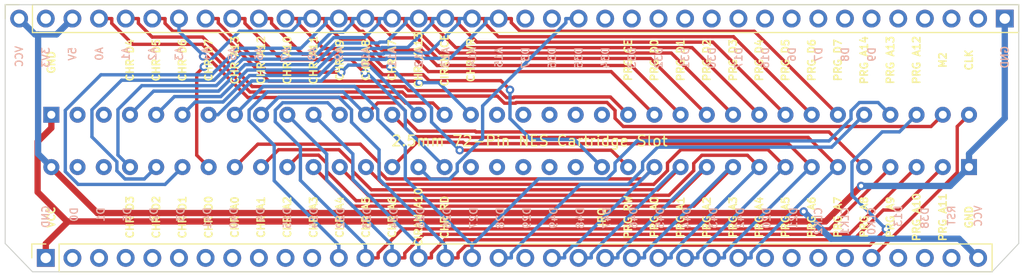
<source format=kicad_pcb>
(kicad_pcb (version 20211014) (generator pcbnew)
  (title_block (title "OSCR NES ADAPTER") (date "2021-11-15") (rev "V1"))
  (layers (0 "F.Cu" signal) (31 "B.Cu" signal) (34 "B.Paste" user) (35 "F.Paste" user) (36 "B.SilkS" user "B.Silkscreen") (37 "F.SilkS" user "F.Silkscreen") (38 "B.Mask" user) (39 "F.Mask" user) (44 "Edge.Cuts" user))
  (net 0 "")
  (net 3 "D28")
  (net 5 "D26")
  (net 6 "D27")
  (net 7 "D24")
  (net 8 "D25")
  (net 9 "D22")
  (net 10 "D23")
  (net 11 "+5V")
  (net 12 "+3V3")
  (net 32 "GND")
  (net 33 "D46")
  (net 34 "D47")
  (net 35 "D44")
  (net 36 "D45")
  (net 37 "D42")
  (net 38 "D43")
  (net 47 "A14")
  (net 48 "A15")
  (net 49 "A12")
  (net 50 "A13")
  (net 51 "A10")
  (net 52 "A11")
  (net 53 "A8")
  (net 54 "A9")
  (net 55 "A6")
  (net 56 "A7")
  (net 57 "A4")
  (net 58 "A5")
  (net 59 "A2")
  (net 60 "A3")
  (net 61 "A0")
  (net 62 "A1")
  (net 63 "D35")
  (net 68 "D49")
  (net 69 "D48")
  (net 72 "CLK0")
  (footprint "Connector_PinSocket_2.54mm:PinSocket_1x36_P2.54mm_Vertical" (layer "F.Cu") (at 105.1 104.255 90)
    (fp_text reference "J2" hide)
    (fp_text value "CART SLOT BOTTOM ROW" hide)
  )
  (footprint "Connector_PinSocket_2.54mm:PinSocket_1x38_P2.54mm_Vertical" (layer "F.Cu") (at 102.56 81.395 90)
    (fp_text reference "J1" hide)
    (fp_text value "CART SLOT TOP ROW" hide)
  )
  (footprint "!sanni:NES_Slot" (layer "F.Cu") (at 140.63 90.58 90)
    (fp_text reference "U1" hide)
    (fp_text value "NES_Slot" hide)
  )
  (gr_line (start 101.23 80.07) (end 101.23 102.88) (layer "Edge.Cuts") (width 0.1))
  (gr_line (start 197.87 80.07) (end 101.23 80.07) (layer "Edge.Cuts") (width 0.1))
  (gr_line (start 195.33 105.58) (end 197.87 102.88) (layer "Edge.Cuts") (width 0.1))
  (gr_line (start 103.83 105.58) (end 195.33 105.58) (layer "Edge.Cuts") (width 0.1))
  (gr_line (start 197.87 102.88) (end 197.87 80.07) (layer "Edge.Cuts") (width 0.1))
  (gr_line (start 101.23 102.88) (end 103.83 105.58) (layer "Edge.Cuts") (width 0.1))
  (gr_text "D43" (at 168.76 99.345 90) (layer "B.SilkS") (effects (font (size 0.7 0.7) (thickness 0.125)) (justify left mirror)))
  (gr_text "D3" (at 117.96 99.345 90) (layer "B.SilkS") (effects (font (size 0.7 0.7) (thickness 0.125)) (justify left mirror)))
  (gr_text "D1" (at 110.34 99.345 90) (layer "B.SilkS") (effects (font (size 0.7 0.7) (thickness 0.125)) (justify left mirror)))
  (gr_text "D9" (at 183.86 84.055 90) (layer "B.SilkS") (effects (font (size 0.7 0.7) (thickness 0.125)) (justify left mirror)))
  (gr_text "A6" (at 125.44 84.055 90) (layer "B.SilkS") (effects (font (size 0.7 0.7) (thickness 0.125)) (justify left mirror)))
  (gr_text "D48" (at 156.06 99.345 90) (layer "B.SilkS") (effects (font (size 0.7 0.7) (thickness 0.125)) (justify left mirror)))
  (gr_text "VCC" (at 194 99.175 90) (layer "B.SilkS") (effects (font (size 0.7 0.7) (thickness 0.125)) (justify left mirror)))
  (gr_text "A4" (at 120.36 84.055 90) (layer "B.SilkS") (effects (font (size 0.7 0.7) (thickness 0.125)) (justify left mirror)))
  (gr_text "A2" (at 115.28 84.055 90) (layer "B.SilkS") (effects (font (size 0.7 0.7) (thickness 0.125)) (justify left mirror)))
  (gr_text "D31" (at 166.08 84.055 90) (layer "B.SilkS") (effects (font (size 0.7 0.7) (thickness 0.125)) (justify left mirror)))
  (gr_text "D23" (at 135.74 99.345 90) (layer "B.SilkS") (effects (font (size 0.7 0.7) (thickness 0.125)) (justify left mirror)))
  (gr_text "D7" (at 178.78 84.055 90) (layer "B.SilkS") (effects (font (size 0.7 0.7) (thickness 0.125)) (justify left mirror)))
  (gr_text "D49" (at 153.52 99.345 90) (layer "B.SilkS") (effects (font (size 0.7 0.7) (thickness 0.125)) (justify left mirror)))
  (gr_text "D38" (at 188.92 99.345 90) (layer "B.SilkS") (effects (font (size 0.7 0.7) (thickness 0.125)) (justify left mirror)))
  (gr_text "A10" (at 135.6 84.055 90) (layer "B.SilkS") (effects (font (size 0.7 0.7) (thickness 0.125)) (justify left mirror)))
  (gr_text "D37" (at 150.84 84.055 90) (layer "B.SilkS") (effects (font (size 0.7 0.7) (thickness 0.125)) (justify left mirror)))
  (gr_text "D4" (at 125.58 99.345 90) (layer "B.SilkS") (effects (font (size 0.7 0.7) (thickness 0.125)) (justify left mirror)))
  (gr_text "D32" (at 163.54 84.055 90) (layer "B.SilkS") (effects (font (size 0.7 0.7) (thickness 0.125)) (justify left mirror)))
  (gr_text "D8" (at 181.32 84.055 90) (layer "B.SilkS") (effects (font (size 0.7 0.7) (thickness 0.125)) (justify left mirror)))
  (gr_text "D30" (at 168.62 84.055 90) (layer "B.SilkS") (effects (font (size 0.7 0.7) (thickness 0.125)) (justify left mirror)))
  (gr_text "D29" (at 150.98 99.345 90) (layer "B.SilkS") (effects (font (size 0.7 0.7) (thickness 0.125)) (justify left mirror)))
  (gr_text "RST" (at 191.46 99.175 90) (layer "B.SilkS") (effects (font (size 0.7 0.7) (thickness 0.125)) (justify left mirror)))
  (gr_text "A14" (at 145.76 84.055 90) (layer "B.SilkS") (effects (font (size 0.7 0.7) (thickness 0.125)) (justify left mirror)))
  (gr_text "D2" (at 115.42 99.345 90) (layer "B.SilkS") (effects (font (size 0.7 0.7) (thickness 0.125)) (justify left mirror)))
  (gr_text "CLK2" (at 178.76 99.345 90) (layer "B.SilkS") (effects (font (size 0.7 0.7) (thickness 0.125)) (justify left mirror)))
  (gr_text "D14" (at 130.66 99.345 90) (layer "B.SilkS") (effects (font (size 0.7 0.7) (thickness 0.125)) (justify left mirror)))
  (gr_text "3V3" (at 105.1 84.055 90) (layer "B.SilkS") (effects (font (size 0.7 0.7) (thickness 0.125)) (justify left mirror)))
  (gr_text "D47" (at 158.6 99.345 90) (layer "B.SilkS") (effects (font (size 0.7 0.7) (thickness 0.125)) (justify left mirror)))
  (gr_text "D6" (at 176.24 84.055 90) (layer "B.SilkS") (effects (font (size 0.7 0.7) (thickness 0.125)) (justify left mirror)))
  (gr_text "A0" (at 110.2 84.055 90) (layer "B.SilkS") (effects (font (size 0.7 0.7) (thickness 0.125)) (justify left mirror)))
  (gr_text "D40" (at 123.04 99.345 90) (layer "B.SilkS") (effects (font (size 0.7 0.7) (thickness 0.125)) (justify left mirror)))
  (gr_text "A5" (at 122.9 84.055 90) (layer "B.SilkS") (effects (font (size 0.7 0.7) (thickness 0.125)) (justify left mirror)))
  (gr_text "CLK1" (at 181.3 99.345 90) (layer "B.SilkS") (effects (font (size 0.7 0.7) (thickness 0.125)) (justify left mirror)))
  (gr_text "A1" (at 112.74 84.055 90) (layer "B.SilkS") (effects (font (size 0.7 0.7) (thickness 0.125)) (justify left mirror)))
  (gr_text "D24" (at 138.28 99.345 90) (layer "B.SilkS") (effects (font (size 0.7 0.7) (thickness 0.125)) (justify left mirror)))
  (gr_text "D44" (at 166.22 99.345 90) (layer "B.SilkS") (effects (font (size 0.7 0.7) (thickness 0.125)) (justify left mirror)))
  (gr_text "D22" (at 133.2 99.345 90) (layer "B.SilkS") (effects (font (size 0.7 0.7) (thickness 0.125)) (justify left mirror)))
  (gr_text "A12" (at 140.68 84.055 90) (layer "B.SilkS") (effects (font (size 0.7 0.7) (thickness 0.125)) (justify left mirror)))
  (gr_text "D26" (at 143.36 99.345 90) (layer "B.SilkS") (effects (font (size 0.7 0.7) (thickness 0.125)) (justify left mirror)))
  (gr_text "D42" (at 171.3 99.345 90) (layer "B.SilkS") (effects (font (size 0.7 0.7) (thickness 0.125)) (justify left mirror)))
  (gr_text "VCC" (at 102.56 83.935 90) (layer "B.SilkS") (effects (font (size 0.7 0.7) (thickness 0.125)) (justify left mirror)))
  (gr_text "D5" (at 112.88 99.345 90) (layer "B.SilkS") (effects (font (size 0.7 0.7) (thickness 0.125)) (justify left mirror)))
  (gr_text "A3" (at 117.82 84.055 90) (layer "B.SilkS") (effects (font (size 0.7 0.7) (thickness 0.125)) (justify left mirror)))
  (gr_text "D36" (at 153.38 84.055 90) (layer "B.SilkS") (effects (font (size 0.7 0.7) (thickness 0.125)) (justify left mirror)))
  (gr_text "D33" (at 161 84.055 90) (layer "B.SilkS") (effects (font (size 0.7 0.7) (thickness 0.125)) (justify left mirror)))
  (gr_text "D34" (at 158.46 84.055 90) (layer "B.SilkS") (effects (font (size 0.7 0.7) (thickness 0.125)) (justify left mirror)))
  (gr_text "D15" (at 128.12 99.345 90) (layer "B.SilkS") (effects (font (size 0.7 0.7) (thickness 0.125)) (justify left mirror)))
  (gr_text "GND" (at 105.1 99.175 90) (layer "B.SilkS") (effects (font (size 0.7 0.7) (thickness 0.125)) (justify left mirror)))
  (gr_text "D28" (at 148.44 99.345 90) (layer "B.SilkS") (effects (font (size 0.7 0.7) (thickness 0.125)) (justify left mirror)))
  (gr_text "D21" (at 176.38 99.345 90) (layer "B.SilkS") (effects (font (size 0.7 0.7) (thickness 0.125)) (justify left mirror)))
  (gr_text "CLK0" (at 183.84 99.345 90) (layer "B.SilkS") (effects (font (size 0.7 0.7) (thickness 0.125)) (justify left mirror)))
  (gr_text "D17" (at 171.16 84.055 90) (layer "B.SilkS") (effects (font (size 0.7 0.7) (thickness 0.125)) (justify left mirror)))
  (gr_text "D41" (at 120.5 99.345 90) (layer "B.SilkS") (effects (font (size 0.7 0.7) (thickness 0.125)) (justify left mirror)))
  (gr_text "A9" (at 133.06 84.055 90) (layer "B.SilkS") (effects (font (size 0.7 0.7) (thickness 0.125)) (justify left mirror)))
  (gr_text "A7" (at 127.98 84.055 90) (layer "B.SilkS") (effects (font (size 0.7 0.7) (thickness 0.125)) (justify left mirror)))
  (gr_text "D27" (at 145.9 99.345 90) (layer "B.SilkS") (effects (font (size 0.7 0.7) (thickness 0.125)) (justify left mirror)))
  (gr_text "GND" (at 196.54 83.935 90) (layer "B.SilkS") (effects (font (size 0.7 0.7) (thickness 0.125)) (justify left mirror)))
  (gr_text "A8" (at 130.52 84.055 90) (layer "B.SilkS") (effects (font (size 0.7 0.7) (thickness 0.125)) (justify left mirror)))
  (gr_text "D46" (at 161.14 99.345 90) (layer "B.SilkS") (effects (font (size 0.7 0.7) (thickness 0.125)) (justify left mirror)))
  (gr_text "A11" (at 138.14 84.055 90) (layer "B.SilkS") (effects (font (size 0.7 0.7) (thickness 0.125)) (justify left mirror)))
  (gr_text "D20" (at 173.84 99.345 90) (layer "B.SilkS") (effects (font (size 0.7 0.7) (thickness 0.125)) (justify left mirror)))
  (gr_text "A13" (at 143.22 84.055 90) (layer "B.SilkS") (effects (font (size 0.7 0.7) (thickness 0.125)) (justify left mirror)))
  (gr_text "D16" (at 173.7 84.055 90) (layer "B.SilkS") (effects (font (size 0.7 0.7) (thickness 0.125)) (justify left mirror)))
  (gr_text "D13" (at 186.38 99.175 90) (layer "B.SilkS") (effects (font (size 0.7 0.7) (thickness 0.125)) (justify left mirror)))
  (gr_text "A15" (at 148.3 84.055 90) (layer "B.SilkS") (effects (font (size 0.7 0.7) (thickness 0.125)) (justify left mirror)))
  (gr_text "D25" (at 140.82 99.345 90) (layer "B.SilkS") (effects (font (size 0.7 0.7) (thickness 0.125)) (justify left mirror)))
  (gr_text "D45" (at 163.68 99.345 90) (layer "B.SilkS") (effects (font (size 0.7 0.7) (thickness 0.125)) (justify left mirror)))
  (gr_text "5V" (at 107.64 84.055 90) (layer "B.SilkS") (effects (font (size 0.7 0.7) (thickness 0.125)) (justify left mirror)))
  (gr_text "D0" (at 107.8 99.345 90) (layer "B.SilkS") (effects (font (size 0.7 0.7) (thickness 0.125)) (justify left mirror)))
  (gr_text "D35" (at 155.92 84.055 90) (layer "B.SilkS") (effects (font (size 0.7 0.7) (thickness 0.125)) (justify left mirror)))
  (gr_text "CHR /A13" (at 140.63 85.365 90) (layer "F.SilkS") (effects (font (size 0.7 0.7))))
  (gr_text "GND" (at 105.63 85.58 90) (layer "F.SilkS") (effects (font (size 0.7 0.7))))
  (gr_text "PRG A14" (at 183.13 85.365 90) (layer "F.SilkS") (effects (font (size 0.7 0.7))))
  (gr_text "PRG D3" (at 170.63 85.365 90) (layer "F.SilkS") (effects (font (size 0.7 0.7))))
  (gr_text "CHR D1" (at 118.13 100.364999 90) (layer "F.SilkS") (effects (font (size 0.7 0.7))))
  (gr_text "CHR A0" (at 123.13 100.364999 90) (layer "F.SilkS") (effects (font (size 0.7 0.7))))
  (gr_text "GND" (at 193.13 100.365 90) (layer "F.SilkS") (effects (font (size 0.7 0.7))))
  (gr_text "PRG A12\n" (at 188.13 85.357444 90) (layer "F.SilkS") (effects (font (size 0.7 0.7))))
  (gr_text "CLK" (at 193.13 85.357444 90) (layer "F.SilkS") (effects (font (size 0.7 0.7))))
  (gr_text "PRG D7" (at 180.63 85.365 90) (layer "F.SilkS") (effects (font (size 0.7 0.7))))
  (gr_text "CHR A2" (at 128.13 100.364999 90) (layer "F.SilkS") (effects (font (size 0.7 0.7))))
  (gr_text "PRG A6" (at 178.13 100.365 90) (layer "F.SilkS") (effects (font (size 0.7 0.7))))
  (gr_text "PRG A4" (at 173.13 100.365 90) (layer "F.SilkS") (effects (font (size 0.7 0.7))))
  (gr_text "PRG A8" (at 183.13 100.365 90) (layer "F.SilkS") (effects (font (size 0.7 0.7))))
  (gr_text "CHR A5" (at 135.63 100.364999 90) (layer "F.SilkS") (effects (font (size 0.7 0.7))))
  (gr_text "PRG D5" (at 175.63 85.365 90) (layer "F.SilkS") (effects (font (size 0.7 0.7))))
  (gr_text "M2" (at 190.63 85.357444 90) (layer "F.SilkS") (effects (font (size 0.7 0.7))))
  (gr_text "CHR D4" (at 113.13 85.365 90) (layer "F.SilkS") (effects (font (size 0.7 0.7))))
  (gr_text "CHR D6" (at 118.13 85.365 90) (layer "F.SilkS") (effects (font (size 0.7 0.7))))
  (gr_text "PRG A9" (at 185.63 100.365 90) (layer "F.SilkS") (effects (font (size 0.7 0.7))))
  (gr_text "PRG A1" (at 165.63 100.365 90) (layer "F.SilkS") (effects (font (size 0.7 0.7))))
  (gr_text "PRG D1\n" (at 165.63 85.365 90) (layer "F.SilkS") (effects (font (size 0.7 0.7))))
  (gr_text "CHR D7" (at 120.63 85.365 90) (layer "F.SilkS") (effects (font (size 0.7 0.7))))
  (gr_text "CHR WR" (at 145.63 85.365 90) (layer "F.SilkS") (effects (font (size 0.7 0.7))))
  (gr_text "CHR D3" (at 113.13 100.364999 90) (layer "F.SilkS") (effects (font (size 0.7 0.7))))
  (gr_text "CHR A12" (at 125.63 85.365 90) (layer "F.SilkS") (effects (font (size 0.7 0.7))))
  (gr_text "PRG A7" (at 180.63 100.365 90) (layer "F.SilkS") (effects (font (size 0.7 0.7))))
  (gr_text "CHR D5" (at 115.63 85.365 90) (layer "F.SilkS") (effects (font (size 0.7 0.7))))
  (gr_text "CIRAM A10" (at 140.63 100.364999 90) (layer "F.SilkS") (effects (font (size 0.7 0.7))))
  (gr_text "PRG CE" (at 160.63 85.365 90) (layer "F.SilkS") (effects (font (size 0.7 0.7))))
  (gr_text "CHR A7" (at 138.13 85.365 90) (layer "F.SilkS") (effects (font (size 0.7 0.7))))
  (gr_text "CHR A8" (at 135.63 85.365 90) (layer "F.SilkS") (effects (font (size 0.7 0.7))))
  (gr_text "CIRAM CE" (at 143.13 85.365 90) (layer "F.SilkS") (effects (font (size 0.7 0.7))))
  (gr_text "PRG D4" (at 173.13 85.365 90) (layer "F.SilkS") (effects (font (size 0.7 0.7))))
  (gr_text "PRG A5" (at 175.63 100.365 90) (layer "F.SilkS") (effects (font (size 0.7 0.7))))
  (gr_text "CHR RD" (at 143.13 100.364999 90) (layer "F.SilkS") (effects (font (size 0.7 0.7))))
  (gr_text "VCC" (at 105.63 100.365 90) (layer "F.SilkS") (effects (font (size 0.7 0.7))))
  (gr_text "CHR A13" (at 123.13 85.365 90) (layer "F.SilkS") (effects (font (size 0.7 0.7))))
  (gr_text "PRG D6" (at 178.13 85.365 90) (layer "F.SilkS") (effects (font (size 0.7 0.7))))
  (gr_text "CHR A3" (at 130.63 100.364999 90) (layer "F.SilkS") (effects (font (size 0.7 0.7))))
  (gr_text "PRG D0" (at 163.13 85.365 90) (layer "F.SilkS") (effects (font (size 0.7 0.7))))
  (gr_text "CHR D2" (at 115.63 100.364999 90) (layer "F.SilkS") (effects (font (size 0.7 0.7))))
  (gr_text "PRG A10" (at 188.13 100.365 90) (layer "F.SilkS") (effects (font (size 0.7 0.7))))
  (gr_text "PRG D2" (at 168.13 85.365 90) (layer "F.SilkS") (effects (font (size 0.7 0.7))))
  (gr_text "PRG RW" (at 160.63 100.365 90) (layer "F.SilkS") (effects (font (size 0.7 0.7))))
  (gr_text "2.5mm 72-Pin NES Cartridge Slot" (at 151.23 93.08) (layer "F.SilkS") (effects (font (size 1 1))))
  (gr_text "CHR D0" (at 120.63 100.364999 90) (layer "F.SilkS") (effects (font (size 0.7 0.7))))
  (gr_text "CHR A11" (at 130.63 85.365 90) (layer "F.SilkS") (effects (font (size 0.7 0.7))))
  (gr_text "CHR A1\n" (at 125.63 100.364999 90) (layer "F.SilkS") (effects (font (size 0.7 0.7))))
  (gr_text "PRG A2" (at 168.13 100.365 90) (layer "F.SilkS") (effects (font (size 0.7 0.7))))
  (gr_text "PRG A13" (at 185.63 85.357444 90) (layer "F.SilkS") (effects (font (size 0.7 0.7))))
  (gr_text "CHR A9" (at 133.13 85.365 90) (layer "F.SilkS") (effects (font (size 0.7 0.7))))
  (gr_text "PRG A3" (at 170.63 100.365 90) (layer "F.SilkS") (effects (font (size 0.7 0.7))))
  (gr_text "CHR A6" (at 138.13 100.364999 90) (layer "F.SilkS") (effects (font (size 0.7 0.7))))
  (gr_text "IRQ" (at 158.13 100.365 90) (layer "F.SilkS") (effects (font (size 0.7 0.7))))
  (gr_text "PRG A11" (at 190.63 100.365 90) (layer "F.SilkS") (effects (font (size 0.7 0.7))))
  (gr_text "CHR A4" (at 133.13 100.364999 90) (layer "F.SilkS") (effects (font (size 0.7 0.7))))
  (gr_text "PRG A0" (at 163.13 100.365 90) (layer "F.SilkS") (effects (font (size 0.7 0.7))))
  (gr_text "CHR A10" (at 128.13 85.365 90) (layer "F.SilkS") (effects (font (size 0.7 0.7))))
  (segment (start 148.28 104.255) (end 149.4903 104.255) (width 0.32) (layer "B.Cu") (net 3))
  (segment (start 149.4903 103.8011) (end 156.0686 97.2228) (width 0.32) (layer "B.Cu") (net 3))
  (segment (start 163.4457 93.677) (end 180.0331 93.677) (width 0.32) (layer "B.Cu") (net 3))
  (segment (start 162.0076 95.1151) (end 163.4457 93.677) (width 0.32) (layer "B.Cu") (net 3))
  (segment (start 180.0331 93.677) (end 180.0331 93.6769) (width 0.32) (layer "B.Cu") (net 3))
  (segment (start 180.0331 93.6769) (end 183.13 90.58) (width 0.32) (layer "B.Cu") (net 3))
  (segment (start 156.0686 97.2228) (end 160.6148 97.2228) (width 0.32) (layer "B.Cu") (net 3))
  (segment (start 149.4903 104.255) (end 149.4903 103.8011) (width 0.32) (layer "B.Cu") (net 3))
  (segment (start 160.6148 97.2228) (end 162.0076 95.83) (width 0.32) (layer "B.Cu") (net 3))
  (segment (start 162.0076 95.83) (end 162.0076 95.1151) (width 0.32) (layer "B.Cu") (net 3))
  (segment (start 145.1666 103.0447) (end 183.6707 103.0447) (width 0.32) (layer "F.Cu") (net 5))
  (segment (start 183.6707 103.0447) (end 185.2057 101.5097) (width 0.32) (layer "F.Cu") (net 5))
  (segment (start 143.2 104.255) (end 144.4103 104.255) (width 0.32) (layer "F.Cu") (net 5))
  (segment (start 144.4103 103.801) (end 145.1666 103.0447) (width 0.32) (layer "F.Cu") (net 5))
  (segment (start 144.4103 104.255) (end 144.4103 103.801) (width 0.32) (layer "F.Cu") (net 5))
  (via (at 185.2057 101.5097) (size 0.8) (drill 0.4) (layers "F.Cu" "B.Cu") (net 5))
  (segment (start 125.63 90.58) (end 127.2972 88.9128) (width 0.32) (layer "B.Cu") (net 5))
  (segment (start 188.13 90.58) (end 186.4951 92.2149) (width 0.32) (layer "B.Cu") (net 5))
  (segment (start 136.88 93.9266) (end 136.88 96.7247) (width 0.32) (layer "B.Cu") (net 5))
  (segment (start 143.2 104.255) (end 143.2 103.0447) (width 0.32) (layer "B.Cu") (net 5))
  (segment (start 127.2972 88.9128) (end 133.0537 88.9128) (width 0.32) (layer "B.Cu") (net 5))
  (segment (start 186.4951 92.2149) (end 184.8525 92.2149) (width 0.32) (layer "B.Cu") (net 5))
  (segment (start 181.9712 95.0962) (end 181.9712 98.2752) (width 0.32) (layer "B.Cu") (net 5))
  (segment (start 184.8525 92.2149) (end 181.9712 95.0962) (width 0.32) (layer "B.Cu") (net 5))
  (segment (start 134.2524 90.1115) (end 134.2524 91.299) (width 0.32) (layer "B.Cu") (net 5))
  (segment (start 136.88 96.7247) (end 143.2 103.0447) (width 0.32) (layer "B.Cu") (net 5))
  (segment (start 134.2524 91.299) (end 136.88 93.9266) (width 0.32) (layer "B.Cu") (net 5))
  (segment (start 181.9712 98.2752) (end 185.2057 101.5097) (width 0.32) (layer "B.Cu") (net 5))
  (segment (start 133.0537 88.9128) (end 134.2524 90.1115) (width 0.32) (layer "B.Cu") (net 5))
  (segment (start 182.6854 89.4081) (end 181.88 90.2135) (width 0.32) (layer "B.Cu") (net 6))
  (segment (start 125.838 87.872) (end 134.5497 87.872) (width 0.32) (layer "B.Cu") (net 6))
  (segment (start 134.5497 87.872) (end 136.7524 90.0747) (width 0.32) (layer "B.Cu") (net 6))
  (segment (start 181.88 90.2135) (end 181.88 90.984) (width 0.32) (layer "B.Cu") (net 6))
  (segment (start 139.38 93.6439) (end 139.38 96.6847) (width 0.32) (layer "B.Cu") (net 6))
  (segment (start 139.38 96.6847) (end 145.74 103.0447) (width 0.32) (layer "B.Cu") (net 6))
  (segment (start 159.38 95.182) (end 159.38 95.9275) (width 0.32) (layer "B.Cu") (net 6))
  (segment (start 158.6051 96.7024) (end 152.0823 96.7024) (width 0.32) (layer "B.Cu") (net 6))
  (segment (start 179.784 93.08) (end 161.482 93.08) (width 0.32) (layer "B.Cu") (net 6))
  (segment (start 123.13 90.58) (end 125.838 87.872) (width 0.32) (layer "B.Cu") (net 6))
  (segment (start 161.482 93.08) (end 159.38 95.182) (width 0.32) (layer "B.Cu") (net 6))
  (segment (start 152.0823 96.7024) (end 145.74 103.0447) (width 0.32) (layer "B.Cu") (net 6))
  (segment (start 181.88 90.984) (end 179.784 93.08) (width 0.32) (layer "B.Cu") (net 6))
  (segment (start 185.63 90.58) (end 184.4581 89.4081) (width 0.32) (layer "B.Cu") (net 6))
  (segment (start 145.74 104.255) (end 145.74 103.0447) (width 0.32) (layer "B.Cu") (net 6))
  (segment (start 159.38 95.9275) (end 158.6051 96.7024) (width 0.32) (layer "B.Cu") (net 6))
  (segment (start 184.4581 89.4081) (end 182.6854 89.4081) (width 0.32) (layer "B.Cu") (net 6))
  (segment (start 136.7524 90.0747) (end 136.7524 91.0163) (width 0.32) (layer "B.Cu") (net 6))
  (segment (start 136.7524 91.0163) (end 139.38 93.6439) (width 0.32) (layer "B.Cu") (net 6))
  (segment (start 139.3303 104.255) (end 139.3303 103.8011) (width 0.32) (layer "F.Cu") (net 7))
  (segment (start 181.706 102.004) (end 188.13 95.58) (width 0.32) (layer "F.Cu") (net 7))
  (segment (start 138.12 104.255) (end 139.3303 104.255) (width 0.32) (layer "F.Cu") (net 7))
  (segment (start 139.3303 103.8011) (end 141.1274 102.004) (width 0.32) (layer "F.Cu") (net 7))
  (segment (start 141.1274 102.004) (end 181.706 102.004) (width 0.32) (layer "F.Cu") (net 7))
  (segment (start 138.12 104.255) (end 138.12 103.0447) (width 0.32) (layer "B.Cu") (net 7))
  (segment (start 131.88 96.8047) (end 138.12 103.0447) (width 0.32) (layer "B.Cu") (net 7))
  (segment (start 128.13 90.58) (end 131.88 94.33) (width 0.32) (layer "B.Cu") (net 7))
  (segment (start 131.88 94.33) (end 131.88 96.8047) (width 0.32) (layer "B.Cu") (net 7))
  (segment (start 190.63 95.58) (end 186.5264 99.6836) (width 0.32) (layer "F.Cu") (net 8))
  (segment (start 143.1499 102.5244) (end 141.8703 103.804) (width 0.32) (layer "F.Cu") (net 8))
  (segment (start 184.9526 99.6836) (end 182.1118 102.5244) (width 0.32) (layer "F.Cu") (net 8))
  (segment (start 140.66 104.255) (end 141.8703 104.255) (width 0.32) (layer "F.Cu") (net 8))
  (segment (start 141.8703 103.804) (end 141.8703 104.255) (width 0.32) (layer "F.Cu") (net 8))
  (segment (start 182.1118 102.5244) (end 143.1499 102.5244) (width 0.32) (layer "F.Cu") (net 8))
  (segment (start 186.5264 99.6836) (end 184.9526 99.6836) (width 0.32) (layer "F.Cu") (net 8))
  (segment (start 140.66 104.255) (end 140.66 103.0447) (width 0.32) (layer "B.Cu") (net 8))
  (segment (start 134.38 94.33) (end 134.38 96.7647) (width 0.32) (layer "B.Cu") (net 8))
  (segment (start 134.38 96.7647) (end 140.66 103.0447) (width 0.32) (layer "B.Cu") (net 8))
  (segment (start 130.63 90.58) (end 134.38 94.33) (width 0.32) (layer "B.Cu") (net 8))
  (segment (start 138.6215 89.4508) (end 136.7592 89.4508) (width 0.32) (layer "F.Cu") (net 9))
  (segment (start 139.38 90.9834) (end 139.38 90.2093) (width 0.32) (layer "F.Cu") (net 9))
  (segment (start 179.7733 92.2233) (end 146.1188 92.2233) (width 0.32) (layer "F.Cu") (net 9))
  (segment (start 140.5427 92.1461) (end 139.38 90.9834) (width 0.32) (layer "F.Cu") (net 9))
  (segment (start 136.7592 89.4508) (end 135.63 90.58) (width 0.32) (layer "F.Cu") (net 9))
  (segment (start 146.1188 92.2233) (end 146.0416 92.1461) (width 0.32) (layer "F.Cu") (net 9))
  (segment (start 146.0416 92.1461) (end 140.5427 92.1461) (width 0.32) (layer "F.Cu") (net 9))
  (segment (start 183.13 95.58) (end 179.7733 92.2233) (width 0.32) (layer "F.Cu") (net 9))
  (segment (start 139.38 90.2093) (end 138.6215 89.4508) (width 0.32) (layer "F.Cu") (net 9))
  (segment (start 126.88 96.8847) (end 133.04 103.0447) (width 0.32) (layer "B.Cu") (net 9))
  (segment (start 124.4872 91.1111) (end 126.88 93.5039) (width 0.32) (layer "B.Cu") (net 9))
  (segment (start 135.63 90.58) (end 133.4424 88.3924) (width 0.32) (layer "B.Cu") (net 9))
  (segment (start 126.2303 88.3924) (end 124.4872 90.1355) (width 0.32) (layer "B.Cu") (net 9))
  (segment (start 124.4872 90.1355) (end 124.4872 91.1111) (width 0.32) (layer "B.Cu") (net 9))
  (segment (start 126.88 93.5039) (end 126.88 96.8847) (width 0.32) (layer "B.Cu") (net 9))
  (segment (start 133.04 104.255) (end 133.04 103.0447) (width 0.32) (layer "B.Cu") (net 9))
  (segment (start 133.4424 88.3924) (end 126.2303 88.3924) (width 0.32) (layer "B.Cu") (net 9))
  (segment (start 179.8175 101.4837) (end 139.1077 101.4837) (width 0.32) (layer "F.Cu") (net 10))
  (segment (start 185.63 95.6712) (end 179.8175 101.4837) (width 0.32) (layer "F.Cu") (net 10))
  (segment (start 136.7903 103.8011) (end 136.7903 104.255) (width 0.32) (layer "F.Cu") (net 10))
  (segment (start 135.58 104.255) (end 136.7903 104.255) (width 0.32) (layer "F.Cu") (net 10))
  (segment (start 185.63 95.58) (end 185.63 95.6712) (width 0.32) (layer "F.Cu") (net 10))
  (segment (start 139.1077 101.4837) (end 136.7903 103.8011) (width 0.32) (layer "F.Cu") (net 10))
  (segment (start 129.38 93.6439) (end 126.9812 91.2451) (width 0.32) (layer "B.Cu") (net 10))
  (segment (start 126.9812 90.1415) (end 127.6895 89.4332) (width 0.32) (layer "B.Cu") (net 10))
  (segment (start 135.58 104.255) (end 135.58 103.0447) (width 0.32) (layer "B.Cu") (net 10))
  (segment (start 127.6895 89.4332) (end 131.9832 89.4332) (width 0.32) (layer "B.Cu") (net 10))
  (segment (start 135.58 103.0447) (end 129.38 96.8447) (width 0.32) (layer "B.Cu") (net 10))
  (segment (start 129.38 96.8447) (end 129.38 93.6439) (width 0.32) (layer "B.Cu") (net 10))
  (segment (start 131.9832 89.4332) (end 133.13 90.58) (width 0.32) (layer "B.Cu") (net 10))
  (segment (start 126.9812 91.2451) (end 126.9812 90.1415) (width 0.32) (layer "B.Cu") (net 10))
  (segment (start 110.0229 99.9729) (end 105.63 95.58) (width 0.6) (layer "F.Cu") (net 11))
  (segment (start 177.216 99.9729) (end 110.0229 99.9729) (width 0.6) (layer "F.Cu") (net 11))
  (segment (start 177.3669 99.822) (end 177.216 99.9729) (width 0.6) (layer "F.Cu") (net 11))
  (via (at 177.3669 99.822) (size 0.8) (drill 0.4) (layers "F.Cu" "B.Cu") (net 11))
  (segment (start 104.3676 94.3176) (end 105.63 95.58) (width 0.6) (layer "B.Cu") (net 11))
  (segment (start 106.1266 82.9084) (end 104.3676 82.9084) (width 0.6) (layer "B.Cu") (net 11))
  (segment (start 192.1687 102.4237) (end 179.9686 102.4237) (width 0.6) (layer "B.Cu") (net 11))
  (segment (start 107.64 81.395) (end 106.1266 82.9084) (width 0.6) (layer "B.Cu") (net 11))
  (segment (start 194 104.255) (end 192.1687 102.4237) (width 0.6) (layer "B.Cu") (net 11))
  (segment (start 104.3676 82.9084) (end 104.0734 82.9084) (width 0.6) (layer "B.Cu") (net 11))
  (segment (start 104.0734 82.9084) (end 102.56 81.395) (width 0.6) (layer "B.Cu") (net 11))
  (segment (start 179.9686 102.4237) (end 177.3669 99.822) (width 0.6) (layer "B.Cu") (net 11))
  (segment (start 104.3676 82.9084) (end 104.3676 94.3176) (width 0.6) (layer "B.Cu") (net 11))
  (segment (start 179.4476 100.7733) (end 182.8387 97.3822) (width 0.6) (layer "F.Cu") (net 32))
  (segment (start 107.1312 100.7733) (end 107.1312 100.8735) (width 0.6) (layer "F.Cu") (net 32))
  (segment (start 107.1312 100.7733) (end 179.4476 100.7733) (width 0.6) (layer "F.Cu") (net 32))
  (segment (start 104.3213 93.151) (end 104.3213 97.9634) (width 0.6) (layer "F.Cu") (net 32))
  (segment (start 105.1 104.255) (end 105.1 102.9047) (width 0.6) (layer "F.Cu") (net 32))
  (segment (start 105.63 91.8423) (end 104.3213 93.151) (width 0.6) (layer "F.Cu") (net 32))
  (segment (start 104.3213 97.9634) (end 107.1312 100.7733) (width 0.6) (layer "F.Cu") (net 32))
  (segment (start 105.63 90.58) (end 105.63 91.8423) (width 0.6) (layer "F.Cu") (net 32))
  (segment (start 107.1312 100.8735) (end 105.1 102.9047) (width 0.6) (layer "F.Cu") (net 32))
  (via (at 182.8387 97.3822) (size 0.8) (drill 0.4) (layers "F.Cu" "B.Cu") (net 32))
  (segment (start 193.13 94.3177) (end 196.54 90.9077) (width 0.6) (layer "B.Cu") (net 32))
  (segment (start 196.54 90.9077) (end 196.54 81.395) (width 0.6) (layer "B.Cu") (net 32))
  (segment (start 193.13 95.58) (end 193.13 94.3177) (width 0.6) (layer "B.Cu") (net 32))
  (segment (start 193.13 95.58) (end 191.3278 97.3822) (width 0.6) (layer "B.Cu") (net 32))
  (segment (start 191.3278 97.3822) (end 182.8387 97.3822) (width 0.6) (layer "B.Cu") (net 32))
  (segment (start 134.3626 99.3126) (end 130.63 95.58) (width 0.32) (layer "F.Cu") (net 33))
  (segment (start 166.8974 99.3126) (end 134.3626 99.3126) (width 0.32) (layer "F.Cu") (net 33))
  (segment (start 170.63 95.58) (end 166.8974 99.3126) (width 0.32) (layer "F.Cu") (net 33))
  (segment (start 160.98 104.255) (end 162.1903 104.255) (width 0.32) (layer "B.Cu") (net 33))
  (segment (start 170.3861 95.58) (end 162.1903 103.7758) (width 0.32) (layer "B.Cu") (net 33))
  (segment (start 162.1903 103.7758) (end 162.1903 104.255) (width 0.32) (layer "B.Cu") (net 33))
  (segment (start 170.63 95.58) (end 170.3861 95.58) (width 0.32) (layer "B.Cu") (net 33))
  (segment (start 168.13 95.58) (end 164.9178 98.7922) (width 0.32) (layer "F.Cu") (net 34))
  (segment (start 129.2688 94.4412) (end 128.13 95.58) (width 0.32) (layer "F.Cu") (net 34))
  (segment (start 164.9178 98.7922) (end 134.6893 98.7922) (width 0.32) (layer "F.Cu") (net 34))
  (segment (start 134.6893 98.7922) (end 131.88 95.9829) (width 0.32) (layer "F.Cu") (net 34))
  (segment (start 131.1167 94.4412) (end 129.2688 94.4412) (width 0.32) (layer "F.Cu") (net 34))
  (segment (start 131.88 95.9829) (end 131.88 95.2045) (width 0.32) (layer "F.Cu") (net 34))
  (segment (start 131.88 95.2045) (end 131.1167 94.4412) (width 0.32) (layer "F.Cu") (net 34))
  (segment (start 168.13 95.58) (end 167.9379 95.58) (width 0.32) (layer "B.Cu") (net 34))
  (segment (start 159.6503 103.8676) (end 159.6503 104.255) (width 0.32) (layer "B.Cu") (net 34))
  (segment (start 158.44 104.255) (end 159.6503 104.255) (width 0.32) (layer "B.Cu") (net 34))
  (segment (start 167.9379 95.58) (end 159.6503 103.8676) (width 0.32) (layer "B.Cu") (net 34))
  (segment (start 175.63 95.58) (end 173.9714 93.9214) (width 0.32) (layer "F.Cu") (net 35))
  (segment (start 173.9714 93.9214) (end 165.646 93.9214) (width 0.32) (layer "F.Cu") (net 35))
  (segment (start 164.38 95.1874) (end 164.38 95.9173) (width 0.32) (layer "F.Cu") (net 35))
  (segment (start 164.38 95.9173) (end 163.066 97.2313) (width 0.32) (layer "F.Cu") (net 35))
  (segment (start 165.646 93.9214) (end 164.38 95.1874) (width 0.32) (layer "F.Cu") (net 35))
  (segment (start 163.066 97.2313) (end 137.2813 97.2313) (width 0.32) (layer "F.Cu") (net 35))
  (segment (start 137.2813 97.2313) (end 135.63 95.58) (width 0.32) (layer "F.Cu") (net 35))
  (segment (start 175.63 95.58) (end 175.5181 95.58) (width 0.32) (layer "B.Cu") (net 35))
  (segment (start 166.06 104.255) (end 167.2703 104.255) (width 0.32) (layer "B.Cu") (net 35))
  (segment (start 167.2703 103.8278) (end 167.2703 104.255) (width 0.32) (layer "B.Cu") (net 35))
  (segment (start 175.5181 95.58) (end 167.2703 103.8278) (width 0.32) (layer "B.Cu") (net 35))
  (segment (start 164.5254 98.2719) (end 135.8219 98.2719) (width 0.32) (layer "F.Cu") (net 36))
  (segment (start 166.8801 95.9172) (end 164.5254 98.2719) (width 0.32) (layer "F.Cu") (net 36))
  (segment (start 166.8801 95.2292) (end 166.8801 95.9172) (width 0.32) (layer "F.Cu") (net 36))
  (segment (start 172.0021 94.4521) (end 167.6572 94.4521) (width 0.32) (layer "F.Cu") (net 36))
  (segment (start 135.8219 98.2719) (end 133.13 95.58) (width 0.32) (layer "F.Cu") (net 36))
  (segment (start 167.6572 94.4521) (end 166.8801 95.2292) (width 0.32) (layer "F.Cu") (net 36))
  (segment (start 173.13 95.58) (end 172.0021 94.4521) (width 0.32) (layer "F.Cu") (net 36))
  (segment (start 164.7303 103.8627) (end 164.7303 104.255) (width 0.32) (layer "B.Cu") (net 36))
  (segment (start 163.52 104.255) (end 164.7303 104.255) (width 0.32) (layer "B.Cu") (net 36))
  (segment (start 173.013 95.58) (end 164.7303 103.8627) (width 0.32) (layer "B.Cu") (net 36))
  (segment (start 173.13 95.58) (end 173.013 95.58) (width 0.32) (layer "B.Cu") (net 36))
  (segment (start 138.13 90.58) (end 140.2165 92.6665) (width 0.32) (layer "F.Cu") (net 37))
  (segment (start 177.7937 92.7437) (end 180.63 95.58) (width 0.32) (layer "F.Cu") (net 37))
  (segment (start 145.5355 92.7437) (end 177.7937 92.7437) (width 0.32) (layer "F.Cu") (net 37))
  (segment (start 145.4583 92.6665) (end 145.5355 92.7437) (width 0.32) (layer "F.Cu") (net 37))
  (segment (start 140.2165 92.6665) (end 145.4583 92.6665) (width 0.32) (layer "F.Cu") (net 37))
  (segment (start 180.5337 95.58) (end 172.3503 103.7634) (width 0.32) (layer "B.Cu") (net 37))
  (segment (start 172.3503 103.7634) (end 172.3503 104.255) (width 0.32) (layer "B.Cu") (net 37))
  (segment (start 171.14 104.255) (end 172.3503 104.255) (width 0.32) (layer "B.Cu") (net 37))
  (segment (start 180.63 95.58) (end 180.5337 95.58) (width 0.32) (layer "B.Cu") (net 37))
  (segment (start 144.8799 93.2088) (end 140.5012 93.2088) (width 0.32) (layer "F.Cu") (net 38))
  (segment (start 175.8949 93.3449) (end 145.016 93.3449) (width 0.32) (layer "F.Cu") (net 38))
  (segment (start 145.016 93.3449) (end 144.8799 93.2088) (width 0.32) (layer "F.Cu") (net 38))
  (segment (start 178.13 95.58) (end 175.8949 93.3449) (width 0.32) (layer "F.Cu") (net 38))
  (segment (start 140.5012 93.2088) (end 138.13 95.58) (width 0.32) (layer "F.Cu") (net 38))
  (segment (start 178.13 95.58) (end 178.0231 95.58) (width 0.32) (layer "B.Cu") (net 38))
  (segment (start 178.0231 95.58) (end 169.8103 103.7928) (width 0.32) (layer "B.Cu") (net 38))
  (segment (start 169.8103 103.7928) (end 169.8103 104.255) (width 0.32) (layer "B.Cu") (net 38))
  (segment (start 168.6 104.255) (end 169.8103 104.255) (width 0.32) (layer "B.Cu") (net 38))
  (segment (start 178.13 90.58) (end 170.6756 83.1256) (width 0.32) (layer "F.Cu") (net 47))
  (segment (start 146.9503 81.8164) (end 146.9503 81.395) (width 0.32) (layer "F.Cu") (net 47))
  (segment (start 148.2595 83.1256) (end 146.9503 81.8164) (width 0.32) (layer "F.Cu") (net 47))
  (segment (start 145.74 81.395) (end 146.9503 81.395) (width 0.32) (layer "F.Cu") (net 47))
  (segment (start 170.6756 83.1256) (end 148.2595 83.1256) (width 0.32) (layer "F.Cu") (net 47))
  (segment (start 121.9991 89.3648) (end 124.5325 86.8314) (width 0.32) (layer "B.Cu") (net 47))
  (segment (start 119.3452 89.3648) (end 121.9991 89.3648) (width 0.32) (layer "B.Cu") (net 47))
  (segment (start 133.2095 84.7703) (end 137.2853 84.7703) (width 0.32) (layer "B.Cu") (net 47))
  (segment (start 118.13 90.58) (end 119.3452 89.3648) (width 0.32) (layer "B.Cu") (net 47))
  (segment (start 141.6434 84.6722) (end 144.5297 81.7859) (width 0.32) (layer "B.Cu") (net 47))
  (segment (start 137.2853 84.7703) (end 137.3834 84.6722) (width 0.32) (layer "B.Cu") (net 47))
  (segment (start 144.5297 81.7859) (end 144.5297 81.395) (width 0.32) (layer "B.Cu") (net 47))
  (segment (start 137.3834 84.6722) (end 141.6434 84.6722) (width 0.32) (layer "B.Cu") (net 47))
  (segment (start 145.74 81.395) (end 144.5297 81.395) (width 0.32) (layer "B.Cu") (net 47))
  (segment (start 131.1484 86.8314) (end 133.2095 84.7703) (width 0.32) (layer "B.Cu") (net 47))
  (segment (start 124.5325 86.8314) (end 131.1484 86.8314) (width 0.32) (layer "B.Cu") (net 47))
  (segment (start 149.4903 81.777) (end 150.3186 82.6053) (width 0.32) (layer "F.Cu") (net 48))
  (segment (start 172.6553 82.6053) (end 180.63 90.58) (width 0.32) (layer "F.Cu") (net 48))
  (segment (start 148.28 81.395) (end 149.4903 81.395) (width 0.32) (layer "F.Cu") (net 48))
  (segment (start 149.4903 81.395) (end 149.4903 81.777) (width 0.32) (layer "F.Cu") (net 48))
  (segment (start 150.3186 82.6053) (end 172.6553 82.6053) (width 0.32) (layer "F.Cu") (net 48))
  (segment (start 148.28 81.395) (end 147.0697 81.395) (width 0.32) (layer "B.Cu") (net 48))
  (segment (start 137.599 85.1925) (end 137.5009 85.2906) (width 0.32) (layer "B.Cu") (net 48))
  (segment (start 147.0697 81.7859) (end 143.6631 85.1925) (width 0.32) (layer "B.Cu") (net 48))
  (segment (start 131.364 87.3517) (end 124.7481 87.3517) (width 0.32) (layer "B.Cu") (net 48))
  (segment (start 143.6631 85.1925) (end 137.599 85.1925) (width 0.32) (layer "B.Cu") (net 48))
  (segment (start 147.0697 81.395) (end 147.0697 81.7859) (width 0.32) (layer "B.Cu") (net 48))
  (segment (start 121.5198 90.58) (end 120.63 90.58) (width 0.32) (layer "B.Cu") (net 48))
  (segment (start 124.7481 87.3517) (end 121.5198 90.58) (width 0.32) (layer "B.Cu") (net 48))
  (segment (start 137.5009 85.2906) (end 133.4251 85.2906) (width 0.32) (layer "B.Cu") (net 48))
  (segment (start 133.4251 85.2906) (end 131.364 87.3517) (width 0.32) (layer "B.Cu") (net 48))
  (segment (start 144.1876 84.1662) (end 141.8703 81.8489) (width 0.32) (layer "F.Cu") (net 49))
  (segment (start 140.66 81.395) (end 141.8703 81.395) (width 0.32) (layer "F.Cu") (net 49))
  (segment (start 166.7162 84.1662) (end 144.1876 84.1662) (width 0.32) (layer "F.Cu") (net 49))
  (segment (start 173.13 90.58) (end 166.7162 84.1662) (width 0.32) (layer "F.Cu") (net 49))
  (segment (start 141.8703 81.8489) (end 141.8703 81.395) (width 0.32) (layer "F.Cu") (net 49))
  (segment (start 113.13 90.58) (end 115.3858 88.3242) (width 0.32) (layer "B.Cu") (net 49))
  (segment (start 132.7783 83.7297) (end 136.8541 83.7297) (width 0.32) (layer "B.Cu") (net 49))
  (segment (start 136.9522 83.6316) (end 137.5969 83.6316) (width 0.32) (layer "B.Cu") (net 49))
  (segment (start 130.7172 85.7908) (end 132.7783 83.7297) (width 0.32) (layer "B.Cu") (net 49))
  (segment (start 124.1013 85.7908) (end 130.7172 85.7908) (width 0.32) (layer "B.Cu") (net 49))
  (segment (start 136.8541 83.7297) (end 136.9522 83.6316) (width 0.32) (layer "B.Cu") (net 49))
  (segment (start 140.66 81.395) (end 139.4497 81.395) (width 0.32) (layer "B.Cu") (net 49))
  (segment (start 121.5679 88.3242) (end 124.1013 85.7908) (width 0.32) (layer "B.Cu") (net 49))
  (segment (start 115.3858 88.3242) (end 121.5679 88.3242) (width 0.32) (layer "B.Cu") (net 49))
  (segment (start 139.4497 81.7788) (end 139.4497 81.395) (width 0.32) (layer "B.Cu") (net 49))
  (segment (start 137.5969 83.6316) (end 139.4497 81.7788) (width 0.32) (layer "B.Cu") (net 49))
  (segment (start 168.6959 83.6459) (end 146.2073 83.6459) (width 0.32) (layer "F.Cu") (net 50))
  (segment (start 175.63 90.58) (end 168.6959 83.6459) (width 0.32) (layer "F.Cu") (net 50))
  (segment (start 143.2 81.395) (end 144.4103 81.395) (width 0.32) (layer "F.Cu") (net 50))
  (segment (start 144.4103 81.8489) (end 144.4103 81.395) (width 0.32) (layer "F.Cu") (net 50))
  (segment (start 146.2073 83.6459) (end 144.4103 81.8489) (width 0.32) (layer "F.Cu") (net 50))
  (segment (start 117.3655 88.8445) (end 121.7835 88.8445) (width 0.32) (layer "B.Cu") (net 50))
  (segment (start 130.9328 86.3111) (end 132.9939 84.25) (width 0.32) (layer "B.Cu") (net 50))
  (segment (start 132.9939 84.25) (end 137.0697 84.25) (width 0.32) (layer "B.Cu") (net 50))
  (segment (start 139.6164 84.1519) (end 141.9897 81.7786) (width 0.32) (layer "B.Cu") (net 50))
  (segment (start 121.7835 88.8445) (end 124.3169 86.3111) (width 0.32) (layer "B.Cu") (net 50))
  (segment (start 141.9897 81.7786) (end 141.9897 81.395) (width 0.32) (layer "B.Cu") (net 50))
  (segment (start 143.2 81.395) (end 141.9897 81.395) (width 0.32) (layer "B.Cu") (net 50))
  (segment (start 137.0697 84.25) (end 137.1678 84.1519) (width 0.32) (layer "B.Cu") (net 50))
  (segment (start 124.3169 86.3111) (end 130.9328 86.3111) (width 0.32) (layer "B.Cu") (net 50))
  (segment (start 115.63 90.58) (end 117.3655 88.8445) (width 0.32) (layer "B.Cu") (net 50))
  (segment (start 137.1678 84.1519) (end 139.6164 84.1519) (width 0.32) (layer "B.Cu") (net 50))
  (segment (start 162.7568 85.2068) (end 142.4718 85.2068) (width 0.32) (layer "F.Cu") (net 51))
  (segment (start 142.4718 85.2068) (end 140.504 83.239) (width 0.32) (layer "F.Cu") (net 51))
  (segment (start 140.504 83.239) (end 138.2163 83.239) (width 0.32) (layer "F.Cu") (net 51))
  (segment (start 138.2163 83.239) (end 136.7903 81.813) (width 0.32) (layer "F.Cu") (net 51))
  (segment (start 135.58 81.395) (end 136.7903 81.395) (width 0.32) (layer "F.Cu") (net 51))
  (segment (start 168.13 90.58) (end 162.7568 85.2068) (width 0.32) (layer "F.Cu") (net 51))
  (segment (start 136.7903 81.813) (end 136.7903 81.395) (width 0.32) (layer "F.Cu") (net 51))
  (segment (start 132.3471 82.6891) (end 133.4639 82.6891) (width 0.32) (layer "B.Cu") (net 51))
  (segment (start 135.58 81.395) (end 134.3697 81.395) (width 0.32) (layer "B.Cu") (net 51))
  (segment (start 112.6568 96.7144) (end 111.88 95.9376) (width 0.32) (layer "B.Cu") (net 51))
  (segment (start 109.5023 92.7021) (end 109.5023 90.1109) (width 0.32) (layer "B.Cu") (net 51))
  (segment (start 130.286 84.7502) (end 132.3471 82.6891) (width 0.32) (layer "B.Cu") (net 51))
  (segment (start 109.5023 90.1109) (end 112.3296 87.2836) (width 0.32) (layer "B.Cu") (net 51))
  (segment (start 111.88 95.9376) (end 111.88 95.0798) (width 0.32) (layer "B.Cu") (net 51))
  (segment (start 123.6701 84.7502) (end 130.286 84.7502) (width 0.32) (layer "B.Cu") (net 51))
  (segment (start 111.88 95.0798) (end 109.5023 92.7021) (width 0.32) (layer "B.Cu") (net 51))
  (segment (start 112.3296 87.2836) (end 121.1367 87.2836) (width 0.32) (layer "B.Cu") (net 51))
  (segment (start 115.63 95.58) (end 114.4956 96.7144) (width 0.32) (layer "B.Cu") (net 51))
  (segment (start 121.1367 87.2836) (end 123.6701 84.7502) (width 0.32) (layer "B.Cu") (net 51))
  (segment (start 133.4639 82.6891) (end 134.3697 81.7833) (width 0.32) (layer "B.Cu") (net 51))
  (segment (start 114.4956 96.7144) (end 112.6568 96.7144) (width 0.32) (layer "B.Cu") (net 51))
  (segment (start 134.3697 81.7833) (end 134.3697 81.395) (width 0.32) (layer "B.Cu") (net 51))
  (segment (start 142.6874 84.6865) (end 140.7196 82.7187) (width 0.32) (layer "F.Cu") (net 52))
  (segment (start 140.2719 82.7187) (end 139.3303 81.7771) (width 0.32) (layer "F.Cu") (net 52))
  (segment (start 164.7365 84.6865) (end 142.6874 84.6865) (width 0.32) (layer "F.Cu") (net 52))
  (segment (start 170.63 90.58) (end 164.7365 84.6865) (width 0.32) (layer "F.Cu") (net 52))
  (segment (start 140.7196 82.7187) (end 140.2719 82.7187) (width 0.32) (layer "F.Cu") (net 52))
  (segment (start 139.3303 81.7771) (end 139.3303 81.395) (width 0.32) (layer "F.Cu") (net 52))
  (segment (start 138.12 81.395) (end 139.3303 81.395) (width 0.32) (layer "F.Cu") (net 52))
  (segment (start 111.9814 90.0762) (end 114.2537 87.8039) (width 0.32) (layer "B.Cu") (net 52))
  (segment (start 135.5232 83.2094) (end 136.9097 81.8229) (width 0.32) (layer "B.Cu") (net 52))
  (segment (start 138.12 81.395) (end 136.9097 81.395) (width 0.32) (layer "B.Cu") (net 52))
  (segment (start 136.9097 81.8229) (end 136.9097 81.395) (width 0.32) (layer "B.Cu") (net 52))
  (segment (start 132.5627 83.2094) (end 135.5232 83.2094) (width 0.32) (layer "B.Cu") (net 52))
  (segment (start 130.5016 85.2705) (end 132.5627 83.2094) (width 0.32) (layer "B.Cu") (net 52))
  (segment (start 111.9814 94.4314) (end 111.9814 90.0762) (width 0.32) (layer "B.Cu") (net 52))
  (segment (start 123.8857 85.2705) (end 130.5016 85.2705) (width 0.32) (layer "B.Cu") (net 52))
  (segment (start 113.13 95.58) (end 111.9814 94.4314) (width 0.32) (layer "B.Cu") (net 52))
  (segment (start 114.2537 87.8039) (end 121.3523 87.8039) (width 0.32) (layer "B.Cu") (net 52))
  (segment (start 121.3523 87.8039) (end 123.8857 85.2705) (width 0.32) (layer "B.Cu") (net 52))
  (segment (start 120.63 95.58) (end 119.4916 94.4416) (width 0.32) (layer "F.Cu") (net 53))
  (segment (start 131.7103 81.395) (end 131.7103 81.8489) (width 0.32) (layer "F.Cu") (net 53))
  (segment (start 137.1536 85.1925) (end 140.3131 85.1925) (width 0.32) (layer "F.Cu") (net 53))
  (segment (start 133.2168 83.3554) (end 135.3165 83.3554) (width 0.32) (layer "F.Cu") (net 53))
  (segment (start 131.7103 81.8489) (end 133.2168 83.3554) (width 0.32) (layer "F.Cu") (net 53))
  (segment (start 141.5798 86.4592) (end 159.0092 86.4592) (width 0.32) (layer "F.Cu") (net 53))
  (segment (start 119.4916 94.4416) (end 119.4916 86.6793) (width 0.32) (layer "F.Cu") (net 53))
  (segment (start 130.5 81.395) (end 131.7103 81.395) (width 0.32) (layer "F.Cu") (net 53))
  (segment (start 159.0092 86.4592) (end 163.13 90.58) (width 0.32) (layer "F.Cu") (net 53))
  (segment (start 140.3131 85.1925) (end 141.5798 86.4592) (width 0.32) (layer "F.Cu") (net 53))
  (segment (start 135.3165 83.3554) (end 137.1536 85.1925) (width 0.32) (layer "F.Cu") (net 53))
  (segment (start 119.4916 86.6793) (end 120.1679 86.003) (width 0.32) (layer "F.Cu") (net 53))
  (via (at 120.1679 86.003) (size 0.8) (drill 0.4) (layers "F.Cu" "B.Cu") (net 53))
  (segment (start 130.5 81.395) (end 129.2897 81.395) (width 0.32) (layer "B.Cu") (net 53))
  (segment (start 123.5655 82.6054) (end 123.5655 82.6053) (width 0.32) (layer "B.Cu") (net 53))
  (segment (start 120.1679 86.003) (end 123.5655 82.6054) (width 0.32) (layer "B.Cu") (net 53))
  (segment (start 128.5334 82.6053) (end 129.2897 81.849) (width 0.32) (layer "B.Cu") (net 53))
  (segment (start 129.2897 81.849) (end 129.2897 81.395) (width 0.32) (layer "B.Cu") (net 53))
  (segment (start 123.5655 82.6053) (end 128.5334 82.6053) (width 0.32) (layer "B.Cu") (net 53))
  (segment (start 135.3185 82.6053) (end 135.0513 82.6053) (width 0.32) (layer "F.Cu") (net 54))
  (segment (start 134.2503 81.8043) (end 134.2503 81.395) (width 0.32) (layer "F.Cu") (net 54))
  (segment (start 142.405 85.8759) (end 140.9289 84.3998) (width 0.32) (layer "F.Cu") (net 54))
  (segment (start 160.9259 85.8759) (end 142.405 85.8759) (width 0.32) (layer "F.Cu") (net 54))
  (segment (start 137.113 84.3998) (end 135.3185 82.6053) (width 0.32) (layer "F.Cu") (net 54))
  (segment (start 165.63 90.58) (end 160.9259 85.8759) (width 0.32) (layer "F.Cu") (net 54))
  (segment (start 135.0513 82.6053) (end 134.2503 81.8043) (width 0.32) (layer "F.Cu") (net 54))
  (segment (start 140.9289 84.3998) (end 137.113 84.3998) (width 0.32) (layer "F.Cu") (net 54))
  (segment (start 133.04 81.395) (end 134.2503 81.395) (width 0.32) (layer "F.Cu") (net 54))
  (segment (start 110.3583 86.7633) (end 120.9211 86.7633) (width 0.32) (layer "B.Cu") (net 54))
  (segment (start 116.473 97.237) (end 108.1969 97.237) (width 0.32) (layer "B.Cu") (net 54))
  (segment (start 129.4227 84.2299) (end 131.8297 81.8229) (width 0.32) (layer "B.Cu") (net 54))
  (segment (start 106.9623 96.0024) (end 106.9623 90.1593) (width 0.32) (layer "B.Cu") (net 54))
  (segment (start 123.4545 84.2299) (end 129.4227 84.2299) (width 0.32) (layer "B.Cu") (net 54))
  (segment (start 120.9211 86.7633) (end 123.4545 84.2299) (width 0.32) (layer "B.Cu") (net 54))
  (segment (start 106.9623 90.1593) (end 110.3583 86.7633) (width 0.32) (layer "B.Cu") (net 54))
  (segment (start 118.13 95.58) (end 116.473 97.237) (width 0.32) (layer "B.Cu") (net 54))
  (segment (start 131.8297 81.8229) (end 131.8297 81.395) (width 0.32) (layer "B.Cu") (net 54))
  (segment (start 108.1969 97.237) (end 106.9623 96.0024) (width 0.32) (layer "B.Cu") (net 54))
  (segment (start 133.04 81.395) (end 131.8297 81.395) (width 0.32) (layer "B.Cu") (net 54))
  (segment (start 148.4908 87.3269) (end 141.6483 87.3269) (width 0.32) (layer "F.Cu") (net 55))
  (segment (start 135.2766 84.7873) (end 129.5687 84.7873) (width 0.32) (layer "F.Cu") (net 55))
  (segment (start 126.6303 81.8489) (end 126.6303 81.395) (width 0.32) (layer "F.Cu") (net 55))
  (segment (start 141.0773 86.7559) (end 137.2452 86.7559) (width 0.32) (layer "F.Cu") (net 55))
  (segment (start 125.42 81.395) (end 126.6303 81.395) (width 0.32) (layer "F.Cu") (net 55))
  (segment (start 149.3623 88.1984) (end 148.4908 87.3269) (width 0.32) (layer "F.Cu") (net 55))
  (segment (start 137.2452 86.7559) (end 135.2766 84.7873) (width 0.32) (layer "F.Cu") (net 55))
  (segment (start 141.6483 87.3269) (end 141.0773 86.7559) (width 0.32) (layer "F.Cu") (net 55))
  (segment (start 129.5687 84.7873) (end 126.6303 81.8489) (width 0.32) (layer "F.Cu") (net 55))
  (via (at 149.3623 88.1984) (size 0.8) (drill 0.4) (layers "F.Cu" "B.Cu") (net 55))
  (segment (start 158.13 95.58) (end 155.4846 92.9346) (width 0.32) (layer "B.Cu") (net 55))
  (segment (start 149.3623 90.9366) (end 149.3623 88.1984) (width 0.32) (layer "B.Cu") (net 55))
  (segment (start 151.3603 92.9346) (end 149.3623 90.9366) (width 0.32) (layer "B.Cu") (net 55))
  (segment (start 155.4846 92.9346) (end 151.3603 92.9346) (width 0.32) (layer "B.Cu") (net 55))
  (segment (start 127.96 81.395) (end 129.1703 81.395) (width 0.32) (layer "F.Cu") (net 56))
  (segment (start 137.2154 85.9902) (end 135.4829 84.2577) (width 0.32) (layer "F.Cu") (net 56))
  (segment (start 160.63 95.58) (end 159.0191 93.9691) (width 0.32) (layer "F.Cu") (net 56))
  (segment (start 137.9513 85.9902) (end 137.2154 85.9902) (width 0.32) (layer "F.Cu") (net 56))
  (segment (start 129.1703 81.8489) (end 129.1703 81.395) (width 0.32) (layer "F.Cu") (net 56))
  (segment (start 159.0191 93.9691) (end 144.5649 93.9691) (width 0.32) (layer "F.Cu") (net 56))
  (segment (start 131.5791 84.2577) (end 129.1703 81.8489) (width 0.32) (layer "F.Cu") (net 56))
  (segment (start 135.4829 84.2577) (end 131.5791 84.2577) (width 0.32) (layer "F.Cu") (net 56))
  (via (at 137.9513 85.9902) (size 0.8) (drill 0.4) (layers "F.Cu" "B.Cu") (net 56))
  (via (at 144.5649 93.9691) (size 0.8) (drill 0.4) (layers "F.Cu" "B.Cu") (net 56))
  (segment (start 141.88 91.2842) (end 144.5649 93.9691) (width 0.32) (layer "B.Cu") (net 56))
  (segment (start 137.9513 85.9902) (end 141.88 89.9189) (width 0.32) (layer "B.Cu") (net 56))
  (segment (start 141.88 89.9189) (end 141.88 91.2842) (width 0.32) (layer "B.Cu") (net 56))
  (segment (start 121.5504 81.8164) (end 121.5503 81.8164) (width 0.32) (layer "F.Cu") (net 57))
  (segment (start 121.5503 81.8164) (end 121.5503 81.395) (width 0.32) (layer "F.Cu") (net 57))
  (segment (start 126.2499 86.5159) (end 121.5504 81.8164) (width 0.32) (layer "F.Cu") (net 57))
  (segment (start 133.275 86.5159) (end 126.2499 86.5159) (width 0.32) (layer "F.Cu") (net 57))
  (segment (start 120.34 81.395) (end 121.5503 81.395) (width 0.32) (layer "F.Cu") (net 57))
  (via (at 133.275 86.5159) (size 0.8) (drill 0.4) (layers "F.Cu" "B.Cu") (net 57))
  (segment (start 135.8882 85.8382) (end 133.9527 85.8382) (width 0.32) (layer "B.Cu") (net 57))
  (segment (start 133.9527 85.8382) (end 133.275 86.5159) (width 0.32) (layer "B.Cu") (net 57))
  (segment (start 140.63 90.58) (end 135.8882 85.8382) (width 0.32) (layer "B.Cu") (net 57))
  (segment (start 127.5491 85.3077) (end 124.0903 81.8489) (width 0.32) (layer "F.Cu") (net 58))
  (segment (start 124.0903 81.8489) (end 124.0903 81.395) (width 0.32) (layer "F.Cu") (net 58))
  (segment (start 135.5273 86.5986) (end 134.2364 85.3077) (width 0.32) (layer "F.Cu") (net 58))
  (segment (start 134.2364 85.3077) (end 127.5491 85.3077) (width 0.32) (layer "F.Cu") (net 58))
  (segment (start 122.88 81.395) (end 124.0903 81.395) (width 0.32) (layer "F.Cu") (net 58))
  (via (at 135.5273 86.5986) (size 0.8) (drill 0.4) (layers "F.Cu" "B.Cu") (net 58))
  (segment (start 135.7702 86.5986) (end 135.5273 86.5986) (width 0.32) (layer "B.Cu") (net 58))
  (segment (start 143.13 95.58) (end 139.38 91.83) (width 0.32) (layer "B.Cu") (net 58))
  (segment (start 139.38 90.2084) (end 135.7702 86.5986) (width 0.32) (layer "B.Cu") (net 58))
  (segment (start 139.38 91.83) (end 139.38 90.2084) (width 0.32) (layer "B.Cu") (net 58))
  (segment (start 116.4703 81.395) (end 116.4703 81.849) (width 0.32) (layer "F.Cu") (net 59))
  (segment (start 121.6034 82.6053) (end 126.3675 87.3694) (width 0.32) (layer "F.Cu") (net 59))
  (segment (start 140.5775 87.3694) (end 140.7243 87.5162) (width 0.32) (layer "F.Cu") (net 59))
  (segment (start 115.26 81.395) (end 116.4703 81.395) (width 0.32) (layer "F.Cu") (net 59))
  (segment (start 116.4703 81.849) (end 117.2266 82.6053) (width 0.32) (layer "F.Cu") (net 59))
  (segment (start 126.3675 87.3694) (end 140.5775 87.3694) (width 0.32) (layer "F.Cu") (net 59))
  (segment (start 117.2266 82.6053) (end 121.6034 82.6053) (width 0.32) (layer "F.Cu") (net 59))
  (via (at 140.7243 87.5162) (size 0.8) (drill 0.4) (layers "F.Cu" "B.Cu") (net 59))
  (segment (start 145.63 90.58) (end 142.5662 87.5162) (width 0.32) (layer "B.Cu") (net 59))
  (segment (start 142.5662 87.5162) (end 140.7243 87.5162) (width 0.32) (layer "B.Cu") (net 59))
  (segment (start 142.0076 89.4576) (end 143.13 90.58) (width 0.32) (layer "F.Cu") (net 60))
  (segment (start 120.4325 85.0026) (end 124.3603 88.9304) (width 0.32) (layer "F.Cu") (net 60))
  (segment (start 139.3974 89.4576) (end 142.0076 89.4576) (width 0.32) (layer "F.Cu") (net 60))
  (segment (start 120.093 85.0026) (end 120.4325 85.0026) (width 0.32) (layer "F.Cu") (net 60))
  (segment (start 138.8702 88.9304) (end 139.3974 89.4576) (width 0.32) (layer "F.Cu") (net 60))
  (segment (start 124.3603 88.9304) (end 138.8702 88.9304) (width 0.32) (layer "F.Cu") (net 60))
  (via (at 120.093 85.0026) (size 0.8) (drill 0.4) (layers "F.Cu" "B.Cu") (net 60))
  (segment (start 120.093 84.8983) (end 120.093 85.0026) (width 0.32) (layer "B.Cu") (net 60))
  (segment (start 117.8 82.6053) (end 120.093 84.8983) (width 0.32) (layer "B.Cu") (net 60))
  (segment (start 117.8 81.395) (end 117.8 82.6053) (width 0.32) (layer "B.Cu") (net 60))
  (segment (start 160.1656 91.7029) (end 189.5071 91.7029) (width 0.32) (layer "F.Cu") (net 61))
  (segment (start 189.5071 91.7029) (end 190.63 90.58) (width 0.32) (layer "F.Cu") (net 61))
  (segment (start 149.8929 89.479) (end 149.9679 89.404) (width 0.32) (layer "F.Cu") (net 61))
  (segment (start 111.3903 81.8489) (end 113.3951 83.8537) (width 0.32) (layer "F.Cu") (net 61))
  (segment (start 158.6117 89.404) (end 159.38 90.1723) (width 0.32) (layer "F.Cu") (net 61))
  (segment (start 149.9679 89.404) (end 158.6117 89.404) (width 0.32) (layer "F.Cu") (net 61))
  (segment (start 148.1496 88.7968) (end 148.8318 89.479) (width 0.32) (layer "F.Cu") (net 61))
  (segment (start 124.5759 88.4101) (end 139.0858 88.4101) (width 0.32) (layer "F.Cu") (net 61))
  (segment (start 139.0858 88.4101) (end 139.4725 88.7968) (width 0.32) (layer "F.Cu") (net 61))
  (segment (start 113.3951 83.8537) (end 120.0195 83.8537) (width 0.32) (layer "F.Cu") (net 61))
  (segment (start 159.38 90.1723) (end 159.38 90.9173) (width 0.32) (layer "F.Cu") (net 61))
  (segment (start 111.3903 81.395) (end 111.3903 81.8489) (width 0.32) (layer "F.Cu") (net 61))
  (segment (start 148.8318 89.479) (end 149.8929 89.479) (width 0.32) (layer "F.Cu") (net 61))
  (segment (start 110.18 81.395) (end 111.3903 81.395) (width 0.32) (layer "F.Cu") (net 61))
  (segment (start 159.38 90.9173) (end 160.1656 91.7029) (width 0.32) (layer "F.Cu") (net 61))
  (segment (start 139.4725 88.7968) (end 148.1496 88.7968) (width 0.32) (layer "F.Cu") (net 61))
  (segment (start 120.0195 83.8537) (end 124.5759 88.4101) (width 0.32) (layer "F.Cu") (net 61))
  (segment (start 149.7523 88.8837) (end 158.9337 88.8837) (width 0.32) (layer "F.Cu") (net 62))
  (segment (start 113.9303 81.8489) (end 115.2403 83.1589) (width 0.32) (layer "F.Cu") (net 62))
  (segment (start 148.3652 88.2765) (end 149.0474 88.9587) (width 0.32) (layer "F.Cu") (net 62))
  (segment (start 149.0474 88.9587) (end 149.6773 88.9587) (width 0.32) (layer "F.Cu") (net 62))
  (segment (start 139.6881 88.2765) (end 148.3652 88.2765) (width 0.32) (layer "F.Cu") (net 62))
  (segment (start 115.2403 83.1589) (end 120.0606 83.1589) (width 0.32) (layer "F.Cu") (net 62))
  (segment (start 112.72 81.395) (end 113.9303 81.395) (width 0.32) (layer "F.Cu") (net 62))
  (segment (start 113.9303 81.395) (end 113.9303 81.8489) (width 0.32) (layer "F.Cu") (net 62))
  (segment (start 124.7915 87.8898) (end 139.3014 87.8898) (width 0.32) (layer "F.Cu") (net 62))
  (segment (start 139.3014 87.8898) (end 139.6881 88.2765) (width 0.32) (layer "F.Cu") (net 62))
  (segment (start 158.9337 88.8837) (end 160.63 90.58) (width 0.32) (layer "F.Cu") (net 62))
  (segment (start 149.6773 88.9587) (end 149.7523 88.8837) (width 0.32) (layer "F.Cu") (net 62))
  (segment (start 120.0606 83.1589) (end 124.7915 87.8898) (width 0.32) (layer "F.Cu") (net 62))
  (segment (start 155.9 81.395) (end 154.6897 81.395) (width 0.32) (layer "B.Cu") (net 63))
  (segment (start 143.5892 96.728) (end 144.3315 95.9857) (width 0.32) (layer "B.Cu") (net 63))
  (segment (start 140.63 95.58) (end 141.778 96.728) (width 0.32) (layer "B.Cu") (net 63))
  (segment (start 154.6897 81.7958) (end 154.6897 81.395) (width 0.32) (layer "B.Cu") (net 63))
  (segment (start 144.3315 95.2778) (end 146.7524 92.8569) (width 0.32) (layer "B.Cu") (net 63))
  (segment (start 146.7524 89.7331) (end 154.6897 81.7958) (width 0.32) (layer "B.Cu") (net 63))
  (segment (start 146.7524 92.8569) (end 146.7524 89.7331) (width 0.32) (layer "B.Cu") (net 63))
  (segment (start 141.778 96.728) (end 143.5892 96.728) (width 0.32) (layer "B.Cu") (net 63))
  (segment (start 144.3315 95.9857) (end 144.3315 95.2778) (width 0.32) (layer "B.Cu") (net 63))
  (segment (start 161.9991 96.7109) (end 163.13 95.58) (width 0.32) (layer "F.Cu") (net 68))
  (segment (start 125.3173 93.3927) (end 135.0908 93.3927) (width 0.32) (layer "F.Cu") (net 68))
  (segment (start 137.6108 96.7109) (end 161.9991 96.7109) (width 0.32) (layer "F.Cu") (net 68))
  (segment (start 136.88 95.9801) (end 137.6108 96.7109) (width 0.32) (layer "F.Cu") (net 68))
  (segment (start 136.88 95.1819) (end 136.88 95.9801) (width 0.32) (layer "F.Cu") (net 68))
  (segment (start 135.0908 93.3927) (end 136.88 95.1819) (width 0.32) (layer "F.Cu") (net 68))
  (segment (start 123.13 95.58) (end 125.3173 93.3927) (width 0.32) (layer "F.Cu") (net 68))
  (segment (start 155.6653 103.0447) (end 155.3914 103.0447) (width 0.32) (layer "B.Cu") (net 68))
  (segment (start 155.3914 103.0447) (end 154.5703 103.8658) (width 0.32) (layer "B.Cu") (net 68))
  (segment (start 154.5703 103.8658) (end 154.5703 104.255) (width 0.32) (layer "B.Cu") (net 68))
  (segment (start 153.36 104.255) (end 154.5703 104.255) (width 0.32) (layer "B.Cu") (net 68))
  (segment (start 163.13 95.58) (end 155.6653 103.0447) (width 0.32) (layer "B.Cu") (net 68))
  (segment (start 165.63 95.58) (end 163.4584 97.7516) (width 0.32) (layer "F.Cu") (net 69))
  (segment (start 136.144 97.7516) (end 134.38 95.9876) (width 0.32) (layer "F.Cu") (net 69))
  (segment (start 134.38 95.9876) (end 134.38 95.2426) (width 0.32) (layer "F.Cu") (net 69))
  (segment (start 134.38 95.2426) (end 133.0582 93.9208) (width 0.32) (layer "F.Cu") (net 69))
  (segment (start 163.4584 97.7516) (end 136.144 97.7516) (width 0.32) (layer "F.Cu") (net 69))
  (segment (start 133.0582 93.9208) (end 127.2892 93.9208) (width 0.32) (layer "F.Cu") (net 69))
  (segment (start 127.2892 93.9208) (end 125.63 95.58) (width 0.32) (layer "F.Cu") (net 69))
  (segment (start 157.1103 103.8661) (end 157.1103 104.255) (width 0.32) (layer "B.Cu") (net 69))
  (segment (start 155.9 104.255) (end 157.1103 104.255) (width 0.32) (layer "B.Cu") (net 69))
  (segment (start 165.3964 95.58) (end 157.1103 103.8661) (width 0.32) (layer "B.Cu") (net 69))
  (segment (start 165.63 95.58) (end 165.3964 95.58) (width 0.32) (layer "B.Cu") (net 69))
  (segment (start 192.0076 91.7024) (end 192.0076 96.0874) (width 0.32) (layer "F.Cu") (net 72))
  (segment (start 192.0076 96.0874) (end 183.84 104.255) (width 0.32) (layer "F.Cu") (net 72))
  (segment (start 193.13 90.58) (end 192.0076 91.7024) (width 0.32) (layer "F.Cu") (net 72))
)
</source>
